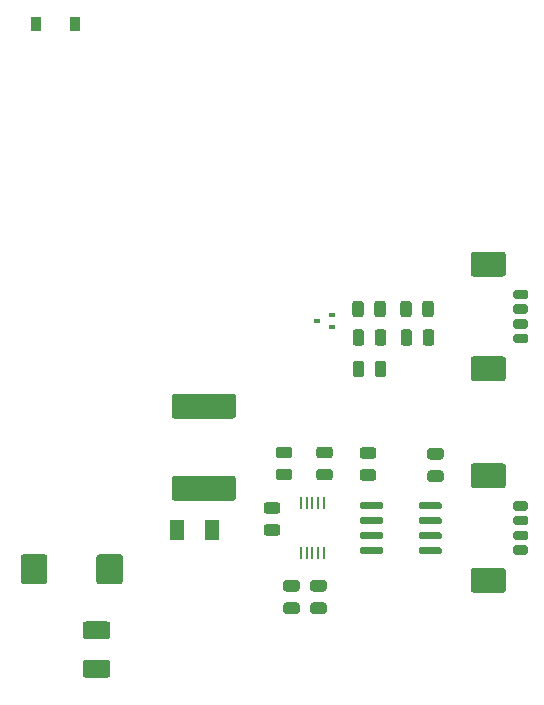
<source format=gtp>
G04 #@! TF.GenerationSoftware,KiCad,Pcbnew,5.1.6+dfsg1-1~bpo9+1*
G04 #@! TF.CreationDate,2022-04-20T22:27:00+02:00*
G04 #@! TF.ProjectId,sdrtrx-powerswitch,73647274-7278-42d7-906f-776572737769,rev?*
G04 #@! TF.SameCoordinates,Original*
G04 #@! TF.FileFunction,Paste,Top*
G04 #@! TF.FilePolarity,Positive*
%FSLAX46Y46*%
G04 Gerber Fmt 4.6, Leading zero omitted, Abs format (unit mm)*
G04 Created by KiCad (PCBNEW 5.1.6+dfsg1-1~bpo9+1) date 2022-04-20 22:27:00*
%MOMM*%
%LPD*%
G01*
G04 APERTURE LIST*
%ADD10R,1.300000X1.800000*%
%ADD11R,0.900000X1.200000*%
%ADD12R,0.250000X1.100000*%
%ADD13R,0.510000X0.400000*%
G04 APERTURE END LIST*
G36*
G01*
X92725000Y-113825000D02*
X97675000Y-113825000D01*
G75*
G02*
X97925000Y-114075000I0J-250000D01*
G01*
X97925000Y-115675000D01*
G75*
G02*
X97675000Y-115925000I-250000J0D01*
G01*
X92725000Y-115925000D01*
G75*
G02*
X92475000Y-115675000I0J250000D01*
G01*
X92475000Y-114075000D01*
G75*
G02*
X92725000Y-113825000I250000J0D01*
G01*
G37*
G36*
G01*
X92725000Y-106875000D02*
X97675000Y-106875000D01*
G75*
G02*
X97925000Y-107125000I0J-250000D01*
G01*
X97925000Y-108725000D01*
G75*
G02*
X97675000Y-108975000I-250000J0D01*
G01*
X92725000Y-108975000D01*
G75*
G02*
X92475000Y-108725000I0J250000D01*
G01*
X92475000Y-107125000D01*
G75*
G02*
X92725000Y-106875000I250000J0D01*
G01*
G37*
D10*
X95900000Y-118400000D03*
X92900000Y-118400000D03*
G36*
G01*
X81935500Y-120704499D02*
X81935500Y-122754501D01*
G75*
G02*
X81685501Y-123004500I-249999J0D01*
G01*
X79935499Y-123004500D01*
G75*
G02*
X79685500Y-122754501I0J249999D01*
G01*
X79685500Y-120704499D01*
G75*
G02*
X79935499Y-120454500I249999J0D01*
G01*
X81685501Y-120454500D01*
G75*
G02*
X81935500Y-120704499I0J-249999D01*
G01*
G37*
G36*
G01*
X88335500Y-120704499D02*
X88335500Y-122754501D01*
G75*
G02*
X88085501Y-123004500I-249999J0D01*
G01*
X86335499Y-123004500D01*
G75*
G02*
X86085500Y-122754501I0J249999D01*
G01*
X86085500Y-120704499D01*
G75*
G02*
X86335499Y-120454500I249999J0D01*
G01*
X88085501Y-120454500D01*
G75*
G02*
X88335500Y-120704499I0J-249999D01*
G01*
G37*
G36*
G01*
X108770000Y-104318750D02*
X108770000Y-105231250D01*
G75*
G02*
X108526250Y-105475000I-243750J0D01*
G01*
X108038750Y-105475000D01*
G75*
G02*
X107795000Y-105231250I0J243750D01*
G01*
X107795000Y-104318750D01*
G75*
G02*
X108038750Y-104075000I243750J0D01*
G01*
X108526250Y-104075000D01*
G75*
G02*
X108770000Y-104318750I0J-243750D01*
G01*
G37*
G36*
G01*
X110645000Y-104318750D02*
X110645000Y-105231250D01*
G75*
G02*
X110401250Y-105475000I-243750J0D01*
G01*
X109913750Y-105475000D01*
G75*
G02*
X109670000Y-105231250I0J243750D01*
G01*
X109670000Y-104318750D01*
G75*
G02*
X109913750Y-104075000I243750J0D01*
G01*
X110401250Y-104075000D01*
G75*
G02*
X110645000Y-104318750I0J-243750D01*
G01*
G37*
G36*
G01*
X85181000Y-129399000D02*
X87031000Y-129399000D01*
G75*
G02*
X87281000Y-129649000I0J-250000D01*
G01*
X87281000Y-130649000D01*
G75*
G02*
X87031000Y-130899000I-250000J0D01*
G01*
X85181000Y-130899000D01*
G75*
G02*
X84931000Y-130649000I0J250000D01*
G01*
X84931000Y-129649000D01*
G75*
G02*
X85181000Y-129399000I250000J0D01*
G01*
G37*
G36*
G01*
X85181000Y-126149000D02*
X87031000Y-126149000D01*
G75*
G02*
X87281000Y-126399000I0J-250000D01*
G01*
X87281000Y-127399000D01*
G75*
G02*
X87031000Y-127649000I-250000J0D01*
G01*
X85181000Y-127649000D01*
G75*
G02*
X84931000Y-127399000I0J250000D01*
G01*
X84931000Y-126399000D01*
G75*
G02*
X85181000Y-126149000I250000J0D01*
G01*
G37*
D11*
X84327000Y-75565000D03*
X81027000Y-75565000D03*
G36*
G01*
X114351750Y-113353000D02*
X115264250Y-113353000D01*
G75*
G02*
X115508000Y-113596750I0J-243750D01*
G01*
X115508000Y-114084250D01*
G75*
G02*
X115264250Y-114328000I-243750J0D01*
G01*
X114351750Y-114328000D01*
G75*
G02*
X114108000Y-114084250I0J243750D01*
G01*
X114108000Y-113596750D01*
G75*
G02*
X114351750Y-113353000I243750J0D01*
G01*
G37*
G36*
G01*
X114351750Y-111478000D02*
X115264250Y-111478000D01*
G75*
G02*
X115508000Y-111721750I0J-243750D01*
G01*
X115508000Y-112209250D01*
G75*
G02*
X115264250Y-112453000I-243750J0D01*
G01*
X114351750Y-112453000D01*
G75*
G02*
X114108000Y-112209250I0J243750D01*
G01*
X114108000Y-111721750D01*
G75*
G02*
X114351750Y-111478000I243750J0D01*
G01*
G37*
G36*
G01*
X100508750Y-117925000D02*
X101421250Y-117925000D01*
G75*
G02*
X101665000Y-118168750I0J-243750D01*
G01*
X101665000Y-118656250D01*
G75*
G02*
X101421250Y-118900000I-243750J0D01*
G01*
X100508750Y-118900000D01*
G75*
G02*
X100265000Y-118656250I0J243750D01*
G01*
X100265000Y-118168750D01*
G75*
G02*
X100508750Y-117925000I243750J0D01*
G01*
G37*
G36*
G01*
X100508750Y-116050000D02*
X101421250Y-116050000D01*
G75*
G02*
X101665000Y-116293750I0J-243750D01*
G01*
X101665000Y-116781250D01*
G75*
G02*
X101421250Y-117025000I-243750J0D01*
G01*
X100508750Y-117025000D01*
G75*
G02*
X100265000Y-116781250I0J243750D01*
G01*
X100265000Y-116293750D01*
G75*
G02*
X100508750Y-116050000I243750J0D01*
G01*
G37*
G36*
G01*
X108636750Y-113274500D02*
X109549250Y-113274500D01*
G75*
G02*
X109793000Y-113518250I0J-243750D01*
G01*
X109793000Y-114005750D01*
G75*
G02*
X109549250Y-114249500I-243750J0D01*
G01*
X108636750Y-114249500D01*
G75*
G02*
X108393000Y-114005750I0J243750D01*
G01*
X108393000Y-113518250D01*
G75*
G02*
X108636750Y-113274500I243750J0D01*
G01*
G37*
G36*
G01*
X108636750Y-111399500D02*
X109549250Y-111399500D01*
G75*
G02*
X109793000Y-111643250I0J-243750D01*
G01*
X109793000Y-112130750D01*
G75*
G02*
X109549250Y-112374500I-243750J0D01*
G01*
X108636750Y-112374500D01*
G75*
G02*
X108393000Y-112130750I0J243750D01*
G01*
X108393000Y-111643250D01*
G75*
G02*
X108636750Y-111399500I243750J0D01*
G01*
G37*
G36*
G01*
X109621500Y-100151250D02*
X109621500Y-99238750D01*
G75*
G02*
X109865250Y-98995000I243750J0D01*
G01*
X110352750Y-98995000D01*
G75*
G02*
X110596500Y-99238750I0J-243750D01*
G01*
X110596500Y-100151250D01*
G75*
G02*
X110352750Y-100395000I-243750J0D01*
G01*
X109865250Y-100395000D01*
G75*
G02*
X109621500Y-100151250I0J243750D01*
G01*
G37*
G36*
G01*
X107746500Y-100151250D02*
X107746500Y-99238750D01*
G75*
G02*
X107990250Y-98995000I243750J0D01*
G01*
X108477750Y-98995000D01*
G75*
G02*
X108721500Y-99238750I0J-243750D01*
G01*
X108721500Y-100151250D01*
G75*
G02*
X108477750Y-100395000I-243750J0D01*
G01*
X107990250Y-100395000D01*
G75*
G02*
X107746500Y-100151250I0J243750D01*
G01*
G37*
D12*
X103394000Y-116087000D03*
X103894000Y-116087000D03*
X104394000Y-116087000D03*
X104894000Y-116087000D03*
X105394000Y-116087000D03*
X105394000Y-120387000D03*
X104894000Y-120387000D03*
X104394000Y-120387000D03*
X103894000Y-120387000D03*
X103394000Y-120387000D03*
G36*
G01*
X113387000Y-116482000D02*
X113387000Y-116182000D01*
G75*
G02*
X113537000Y-116032000I150000J0D01*
G01*
X115187000Y-116032000D01*
G75*
G02*
X115337000Y-116182000I0J-150000D01*
G01*
X115337000Y-116482000D01*
G75*
G02*
X115187000Y-116632000I-150000J0D01*
G01*
X113537000Y-116632000D01*
G75*
G02*
X113387000Y-116482000I0J150000D01*
G01*
G37*
G36*
G01*
X113387000Y-117752000D02*
X113387000Y-117452000D01*
G75*
G02*
X113537000Y-117302000I150000J0D01*
G01*
X115187000Y-117302000D01*
G75*
G02*
X115337000Y-117452000I0J-150000D01*
G01*
X115337000Y-117752000D01*
G75*
G02*
X115187000Y-117902000I-150000J0D01*
G01*
X113537000Y-117902000D01*
G75*
G02*
X113387000Y-117752000I0J150000D01*
G01*
G37*
G36*
G01*
X113387000Y-119022000D02*
X113387000Y-118722000D01*
G75*
G02*
X113537000Y-118572000I150000J0D01*
G01*
X115187000Y-118572000D01*
G75*
G02*
X115337000Y-118722000I0J-150000D01*
G01*
X115337000Y-119022000D01*
G75*
G02*
X115187000Y-119172000I-150000J0D01*
G01*
X113537000Y-119172000D01*
G75*
G02*
X113387000Y-119022000I0J150000D01*
G01*
G37*
G36*
G01*
X113387000Y-120292000D02*
X113387000Y-119992000D01*
G75*
G02*
X113537000Y-119842000I150000J0D01*
G01*
X115187000Y-119842000D01*
G75*
G02*
X115337000Y-119992000I0J-150000D01*
G01*
X115337000Y-120292000D01*
G75*
G02*
X115187000Y-120442000I-150000J0D01*
G01*
X113537000Y-120442000D01*
G75*
G02*
X113387000Y-120292000I0J150000D01*
G01*
G37*
G36*
G01*
X108437000Y-120292000D02*
X108437000Y-119992000D01*
G75*
G02*
X108587000Y-119842000I150000J0D01*
G01*
X110237000Y-119842000D01*
G75*
G02*
X110387000Y-119992000I0J-150000D01*
G01*
X110387000Y-120292000D01*
G75*
G02*
X110237000Y-120442000I-150000J0D01*
G01*
X108587000Y-120442000D01*
G75*
G02*
X108437000Y-120292000I0J150000D01*
G01*
G37*
G36*
G01*
X108437000Y-119022000D02*
X108437000Y-118722000D01*
G75*
G02*
X108587000Y-118572000I150000J0D01*
G01*
X110237000Y-118572000D01*
G75*
G02*
X110387000Y-118722000I0J-150000D01*
G01*
X110387000Y-119022000D01*
G75*
G02*
X110237000Y-119172000I-150000J0D01*
G01*
X108587000Y-119172000D01*
G75*
G02*
X108437000Y-119022000I0J150000D01*
G01*
G37*
G36*
G01*
X108437000Y-117752000D02*
X108437000Y-117452000D01*
G75*
G02*
X108587000Y-117302000I150000J0D01*
G01*
X110237000Y-117302000D01*
G75*
G02*
X110387000Y-117452000I0J-150000D01*
G01*
X110387000Y-117752000D01*
G75*
G02*
X110237000Y-117902000I-150000J0D01*
G01*
X108587000Y-117902000D01*
G75*
G02*
X108437000Y-117752000I0J150000D01*
G01*
G37*
G36*
G01*
X108437000Y-116482000D02*
X108437000Y-116182000D01*
G75*
G02*
X108587000Y-116032000I150000J0D01*
G01*
X110237000Y-116032000D01*
G75*
G02*
X110387000Y-116182000I0J-150000D01*
G01*
X110387000Y-116482000D01*
G75*
G02*
X110237000Y-116632000I-150000J0D01*
G01*
X108587000Y-116632000D01*
G75*
G02*
X108437000Y-116482000I0J150000D01*
G01*
G37*
G36*
G01*
X101524750Y-113226000D02*
X102437250Y-113226000D01*
G75*
G02*
X102681000Y-113469750I0J-243750D01*
G01*
X102681000Y-113957250D01*
G75*
G02*
X102437250Y-114201000I-243750J0D01*
G01*
X101524750Y-114201000D01*
G75*
G02*
X101281000Y-113957250I0J243750D01*
G01*
X101281000Y-113469750D01*
G75*
G02*
X101524750Y-113226000I243750J0D01*
G01*
G37*
G36*
G01*
X101524750Y-111351000D02*
X102437250Y-111351000D01*
G75*
G02*
X102681000Y-111594750I0J-243750D01*
G01*
X102681000Y-112082250D01*
G75*
G02*
X102437250Y-112326000I-243750J0D01*
G01*
X101524750Y-112326000D01*
G75*
G02*
X101281000Y-112082250I0J243750D01*
G01*
X101281000Y-111594750D01*
G75*
G02*
X101524750Y-111351000I243750J0D01*
G01*
G37*
G36*
G01*
X104953750Y-113226000D02*
X105866250Y-113226000D01*
G75*
G02*
X106110000Y-113469750I0J-243750D01*
G01*
X106110000Y-113957250D01*
G75*
G02*
X105866250Y-114201000I-243750J0D01*
G01*
X104953750Y-114201000D01*
G75*
G02*
X104710000Y-113957250I0J243750D01*
G01*
X104710000Y-113469750D01*
G75*
G02*
X104953750Y-113226000I243750J0D01*
G01*
G37*
G36*
G01*
X104953750Y-111351000D02*
X105866250Y-111351000D01*
G75*
G02*
X106110000Y-111594750I0J-243750D01*
G01*
X106110000Y-112082250D01*
G75*
G02*
X105866250Y-112326000I-243750J0D01*
G01*
X104953750Y-112326000D01*
G75*
G02*
X104710000Y-112082250I0J243750D01*
G01*
X104710000Y-111594750D01*
G75*
G02*
X104953750Y-111351000I243750J0D01*
G01*
G37*
G36*
G01*
X104445750Y-124529000D02*
X105358250Y-124529000D01*
G75*
G02*
X105602000Y-124772750I0J-243750D01*
G01*
X105602000Y-125260250D01*
G75*
G02*
X105358250Y-125504000I-243750J0D01*
G01*
X104445750Y-125504000D01*
G75*
G02*
X104202000Y-125260250I0J243750D01*
G01*
X104202000Y-124772750D01*
G75*
G02*
X104445750Y-124529000I243750J0D01*
G01*
G37*
G36*
G01*
X104445750Y-122654000D02*
X105358250Y-122654000D01*
G75*
G02*
X105602000Y-122897750I0J-243750D01*
G01*
X105602000Y-123385250D01*
G75*
G02*
X105358250Y-123629000I-243750J0D01*
G01*
X104445750Y-123629000D01*
G75*
G02*
X104202000Y-123385250I0J243750D01*
G01*
X104202000Y-122897750D01*
G75*
G02*
X104445750Y-122654000I243750J0D01*
G01*
G37*
G36*
G01*
X103072250Y-123629000D02*
X102159750Y-123629000D01*
G75*
G02*
X101916000Y-123385250I0J243750D01*
G01*
X101916000Y-122897750D01*
G75*
G02*
X102159750Y-122654000I243750J0D01*
G01*
X103072250Y-122654000D01*
G75*
G02*
X103316000Y-122897750I0J-243750D01*
G01*
X103316000Y-123385250D01*
G75*
G02*
X103072250Y-123629000I-243750J0D01*
G01*
G37*
G36*
G01*
X103072250Y-125504000D02*
X102159750Y-125504000D01*
G75*
G02*
X101916000Y-125260250I0J243750D01*
G01*
X101916000Y-124772750D01*
G75*
G02*
X102159750Y-124529000I243750J0D01*
G01*
X103072250Y-124529000D01*
G75*
G02*
X103316000Y-124772750I0J-243750D01*
G01*
X103316000Y-125260250D01*
G75*
G02*
X103072250Y-125504000I-243750J0D01*
G01*
G37*
G36*
G01*
X109670000Y-102564250D02*
X109670000Y-101651750D01*
G75*
G02*
X109913750Y-101408000I243750J0D01*
G01*
X110401250Y-101408000D01*
G75*
G02*
X110645000Y-101651750I0J-243750D01*
G01*
X110645000Y-102564250D01*
G75*
G02*
X110401250Y-102808000I-243750J0D01*
G01*
X109913750Y-102808000D01*
G75*
G02*
X109670000Y-102564250I0J243750D01*
G01*
G37*
G36*
G01*
X107795000Y-102564250D02*
X107795000Y-101651750D01*
G75*
G02*
X108038750Y-101408000I243750J0D01*
G01*
X108526250Y-101408000D01*
G75*
G02*
X108770000Y-101651750I0J-243750D01*
G01*
X108770000Y-102564250D01*
G75*
G02*
X108526250Y-102808000I-243750J0D01*
G01*
X108038750Y-102808000D01*
G75*
G02*
X107795000Y-102564250I0J243750D01*
G01*
G37*
G36*
G01*
X112785500Y-99238750D02*
X112785500Y-100151250D01*
G75*
G02*
X112541750Y-100395000I-243750J0D01*
G01*
X112054250Y-100395000D01*
G75*
G02*
X111810500Y-100151250I0J243750D01*
G01*
X111810500Y-99238750D01*
G75*
G02*
X112054250Y-98995000I243750J0D01*
G01*
X112541750Y-98995000D01*
G75*
G02*
X112785500Y-99238750I0J-243750D01*
G01*
G37*
G36*
G01*
X114660500Y-99238750D02*
X114660500Y-100151250D01*
G75*
G02*
X114416750Y-100395000I-243750J0D01*
G01*
X113929250Y-100395000D01*
G75*
G02*
X113685500Y-100151250I0J243750D01*
G01*
X113685500Y-99238750D01*
G75*
G02*
X113929250Y-98995000I243750J0D01*
G01*
X114416750Y-98995000D01*
G75*
G02*
X114660500Y-99238750I0J-243750D01*
G01*
G37*
G36*
G01*
X113734000Y-102564250D02*
X113734000Y-101651750D01*
G75*
G02*
X113977750Y-101408000I243750J0D01*
G01*
X114465250Y-101408000D01*
G75*
G02*
X114709000Y-101651750I0J-243750D01*
G01*
X114709000Y-102564250D01*
G75*
G02*
X114465250Y-102808000I-243750J0D01*
G01*
X113977750Y-102808000D01*
G75*
G02*
X113734000Y-102564250I0J243750D01*
G01*
G37*
G36*
G01*
X111859000Y-102564250D02*
X111859000Y-101651750D01*
G75*
G02*
X112102750Y-101408000I243750J0D01*
G01*
X112590250Y-101408000D01*
G75*
G02*
X112834000Y-101651750I0J-243750D01*
G01*
X112834000Y-102564250D01*
G75*
G02*
X112590250Y-102808000I-243750J0D01*
G01*
X112102750Y-102808000D01*
G75*
G02*
X111859000Y-102564250I0J243750D01*
G01*
G37*
G36*
G01*
X118027000Y-121612000D02*
X120527000Y-121612000D01*
G75*
G02*
X120777000Y-121862000I0J-250000D01*
G01*
X120777000Y-123462000D01*
G75*
G02*
X120527000Y-123712000I-250000J0D01*
G01*
X118027000Y-123712000D01*
G75*
G02*
X117777000Y-123462000I0J250000D01*
G01*
X117777000Y-121862000D01*
G75*
G02*
X118027000Y-121612000I250000J0D01*
G01*
G37*
G36*
G01*
X118027000Y-112762000D02*
X120527000Y-112762000D01*
G75*
G02*
X120777000Y-113012000I0J-250000D01*
G01*
X120777000Y-114612000D01*
G75*
G02*
X120527000Y-114862000I-250000J0D01*
G01*
X118027000Y-114862000D01*
G75*
G02*
X117777000Y-114612000I0J250000D01*
G01*
X117777000Y-113012000D01*
G75*
G02*
X118027000Y-112762000I250000J0D01*
G01*
G37*
G36*
G01*
X121577000Y-119712000D02*
X122477000Y-119712000D01*
G75*
G02*
X122677000Y-119912000I0J-200000D01*
G01*
X122677000Y-120312000D01*
G75*
G02*
X122477000Y-120512000I-200000J0D01*
G01*
X121577000Y-120512000D01*
G75*
G02*
X121377000Y-120312000I0J200000D01*
G01*
X121377000Y-119912000D01*
G75*
G02*
X121577000Y-119712000I200000J0D01*
G01*
G37*
G36*
G01*
X121577000Y-118462000D02*
X122477000Y-118462000D01*
G75*
G02*
X122677000Y-118662000I0J-200000D01*
G01*
X122677000Y-119062000D01*
G75*
G02*
X122477000Y-119262000I-200000J0D01*
G01*
X121577000Y-119262000D01*
G75*
G02*
X121377000Y-119062000I0J200000D01*
G01*
X121377000Y-118662000D01*
G75*
G02*
X121577000Y-118462000I200000J0D01*
G01*
G37*
G36*
G01*
X121577000Y-117212000D02*
X122477000Y-117212000D01*
G75*
G02*
X122677000Y-117412000I0J-200000D01*
G01*
X122677000Y-117812000D01*
G75*
G02*
X122477000Y-118012000I-200000J0D01*
G01*
X121577000Y-118012000D01*
G75*
G02*
X121377000Y-117812000I0J200000D01*
G01*
X121377000Y-117412000D01*
G75*
G02*
X121577000Y-117212000I200000J0D01*
G01*
G37*
G36*
G01*
X121577000Y-115962000D02*
X122477000Y-115962000D01*
G75*
G02*
X122677000Y-116162000I0J-200000D01*
G01*
X122677000Y-116562000D01*
G75*
G02*
X122477000Y-116762000I-200000J0D01*
G01*
X121577000Y-116762000D01*
G75*
G02*
X121377000Y-116562000I0J200000D01*
G01*
X121377000Y-116162000D01*
G75*
G02*
X121577000Y-115962000I200000J0D01*
G01*
G37*
D13*
X106055000Y-100211000D03*
X104765000Y-100711000D03*
X106055000Y-101211000D03*
G36*
G01*
X118027000Y-103705000D02*
X120527000Y-103705000D01*
G75*
G02*
X120777000Y-103955000I0J-250000D01*
G01*
X120777000Y-105555000D01*
G75*
G02*
X120527000Y-105805000I-250000J0D01*
G01*
X118027000Y-105805000D01*
G75*
G02*
X117777000Y-105555000I0J250000D01*
G01*
X117777000Y-103955000D01*
G75*
G02*
X118027000Y-103705000I250000J0D01*
G01*
G37*
G36*
G01*
X118027000Y-94855000D02*
X120527000Y-94855000D01*
G75*
G02*
X120777000Y-95105000I0J-250000D01*
G01*
X120777000Y-96705000D01*
G75*
G02*
X120527000Y-96955000I-250000J0D01*
G01*
X118027000Y-96955000D01*
G75*
G02*
X117777000Y-96705000I0J250000D01*
G01*
X117777000Y-95105000D01*
G75*
G02*
X118027000Y-94855000I250000J0D01*
G01*
G37*
G36*
G01*
X121577000Y-101805000D02*
X122477000Y-101805000D01*
G75*
G02*
X122677000Y-102005000I0J-200000D01*
G01*
X122677000Y-102405000D01*
G75*
G02*
X122477000Y-102605000I-200000J0D01*
G01*
X121577000Y-102605000D01*
G75*
G02*
X121377000Y-102405000I0J200000D01*
G01*
X121377000Y-102005000D01*
G75*
G02*
X121577000Y-101805000I200000J0D01*
G01*
G37*
G36*
G01*
X121577000Y-100555000D02*
X122477000Y-100555000D01*
G75*
G02*
X122677000Y-100755000I0J-200000D01*
G01*
X122677000Y-101155000D01*
G75*
G02*
X122477000Y-101355000I-200000J0D01*
G01*
X121577000Y-101355000D01*
G75*
G02*
X121377000Y-101155000I0J200000D01*
G01*
X121377000Y-100755000D01*
G75*
G02*
X121577000Y-100555000I200000J0D01*
G01*
G37*
G36*
G01*
X121577000Y-99305000D02*
X122477000Y-99305000D01*
G75*
G02*
X122677000Y-99505000I0J-200000D01*
G01*
X122677000Y-99905000D01*
G75*
G02*
X122477000Y-100105000I-200000J0D01*
G01*
X121577000Y-100105000D01*
G75*
G02*
X121377000Y-99905000I0J200000D01*
G01*
X121377000Y-99505000D01*
G75*
G02*
X121577000Y-99305000I200000J0D01*
G01*
G37*
G36*
G01*
X121577000Y-98055000D02*
X122477000Y-98055000D01*
G75*
G02*
X122677000Y-98255000I0J-200000D01*
G01*
X122677000Y-98655000D01*
G75*
G02*
X122477000Y-98855000I-200000J0D01*
G01*
X121577000Y-98855000D01*
G75*
G02*
X121377000Y-98655000I0J200000D01*
G01*
X121377000Y-98255000D01*
G75*
G02*
X121577000Y-98055000I200000J0D01*
G01*
G37*
M02*

</source>
